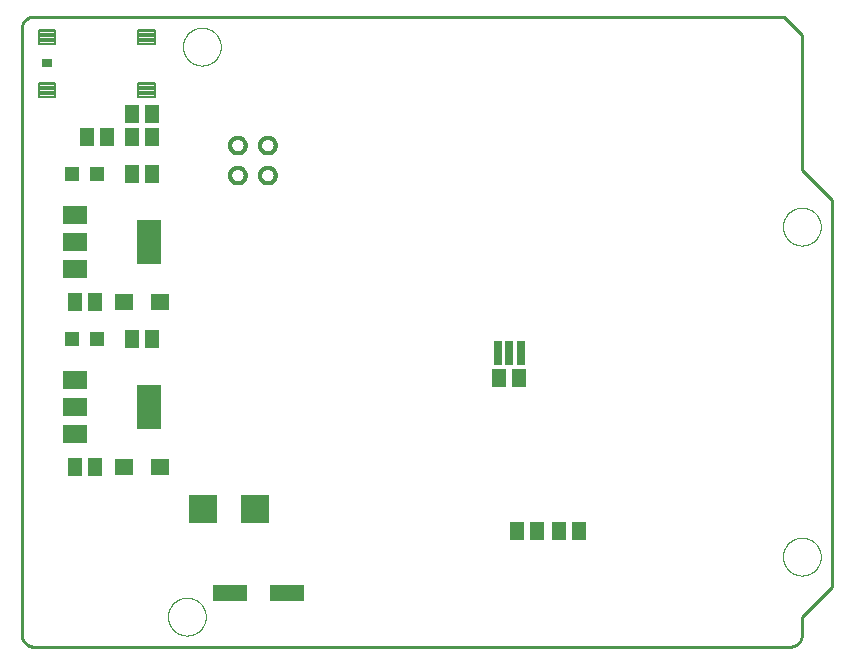
<source format=gtp>
G75*
%MOIN*%
%OFA0B0*%
%FSLAX25Y25*%
%IPPOS*%
%LPD*%
%AMOC8*
5,1,8,0,0,1.08239X$1,22.5*
%
%ADD10C,0.01000*%
%ADD11C,0.01200*%
%ADD12C,0.00000*%
%ADD13R,0.11811X0.05512*%
%ADD14R,0.04724X0.04724*%
%ADD15R,0.09449X0.09449*%
%ADD16R,0.05118X0.05906*%
%ADD17C,0.00827*%
%ADD18R,0.03500X0.03000*%
%ADD19R,0.02756X0.07874*%
%ADD20R,0.07874X0.05906*%
%ADD21R,0.07874X0.14961*%
%ADD22R,0.06299X0.05512*%
D10*
X0081798Y0009437D02*
X0081798Y0211563D01*
X0081800Y0211687D01*
X0081806Y0211810D01*
X0081815Y0211934D01*
X0081829Y0212056D01*
X0081846Y0212179D01*
X0081868Y0212301D01*
X0081893Y0212422D01*
X0081922Y0212542D01*
X0081954Y0212661D01*
X0081991Y0212780D01*
X0082031Y0212897D01*
X0082074Y0213012D01*
X0082122Y0213127D01*
X0082173Y0213239D01*
X0082227Y0213350D01*
X0082285Y0213460D01*
X0082346Y0213567D01*
X0082411Y0213673D01*
X0082479Y0213776D01*
X0082550Y0213877D01*
X0082624Y0213976D01*
X0082701Y0214073D01*
X0082782Y0214167D01*
X0082865Y0214258D01*
X0082951Y0214347D01*
X0083040Y0214433D01*
X0083131Y0214516D01*
X0083225Y0214597D01*
X0083322Y0214674D01*
X0083421Y0214748D01*
X0083522Y0214819D01*
X0083625Y0214887D01*
X0083731Y0214952D01*
X0083838Y0215013D01*
X0083948Y0215071D01*
X0084059Y0215125D01*
X0084171Y0215176D01*
X0084286Y0215224D01*
X0084401Y0215267D01*
X0084518Y0215307D01*
X0084637Y0215344D01*
X0084756Y0215376D01*
X0084876Y0215405D01*
X0084997Y0215430D01*
X0085119Y0215452D01*
X0085242Y0215469D01*
X0085364Y0215483D01*
X0085488Y0215492D01*
X0085611Y0215498D01*
X0085735Y0215500D01*
X0335798Y0215500D01*
X0341798Y0209500D01*
X0341798Y0164500D01*
X0351798Y0154500D01*
X0351798Y0025500D01*
X0341798Y0015500D01*
X0341798Y0009437D01*
X0341796Y0009313D01*
X0341790Y0009190D01*
X0341781Y0009066D01*
X0341767Y0008944D01*
X0341750Y0008821D01*
X0341728Y0008699D01*
X0341703Y0008578D01*
X0341674Y0008458D01*
X0341642Y0008339D01*
X0341605Y0008220D01*
X0341565Y0008103D01*
X0341522Y0007988D01*
X0341474Y0007873D01*
X0341423Y0007761D01*
X0341369Y0007650D01*
X0341311Y0007540D01*
X0341250Y0007433D01*
X0341185Y0007327D01*
X0341117Y0007224D01*
X0341046Y0007123D01*
X0340972Y0007024D01*
X0340895Y0006927D01*
X0340814Y0006833D01*
X0340731Y0006742D01*
X0340645Y0006653D01*
X0340556Y0006567D01*
X0340465Y0006484D01*
X0340371Y0006403D01*
X0340274Y0006326D01*
X0340175Y0006252D01*
X0340074Y0006181D01*
X0339971Y0006113D01*
X0339865Y0006048D01*
X0339758Y0005987D01*
X0339648Y0005929D01*
X0339537Y0005875D01*
X0339425Y0005824D01*
X0339310Y0005776D01*
X0339195Y0005733D01*
X0339078Y0005693D01*
X0338959Y0005656D01*
X0338840Y0005624D01*
X0338720Y0005595D01*
X0338599Y0005570D01*
X0338477Y0005548D01*
X0338354Y0005531D01*
X0338232Y0005517D01*
X0338108Y0005508D01*
X0337985Y0005502D01*
X0337861Y0005500D01*
X0085735Y0005500D01*
X0085611Y0005502D01*
X0085488Y0005508D01*
X0085364Y0005517D01*
X0085242Y0005531D01*
X0085119Y0005548D01*
X0084997Y0005570D01*
X0084876Y0005595D01*
X0084756Y0005624D01*
X0084637Y0005656D01*
X0084518Y0005693D01*
X0084401Y0005733D01*
X0084286Y0005776D01*
X0084171Y0005824D01*
X0084059Y0005875D01*
X0083948Y0005929D01*
X0083838Y0005987D01*
X0083731Y0006048D01*
X0083625Y0006113D01*
X0083522Y0006181D01*
X0083421Y0006252D01*
X0083322Y0006326D01*
X0083225Y0006403D01*
X0083131Y0006484D01*
X0083040Y0006567D01*
X0082951Y0006653D01*
X0082865Y0006742D01*
X0082782Y0006833D01*
X0082701Y0006927D01*
X0082624Y0007024D01*
X0082550Y0007123D01*
X0082479Y0007224D01*
X0082411Y0007327D01*
X0082346Y0007433D01*
X0082285Y0007540D01*
X0082227Y0007650D01*
X0082173Y0007761D01*
X0082122Y0007873D01*
X0082074Y0007988D01*
X0082031Y0008103D01*
X0081991Y0008220D01*
X0081954Y0008339D01*
X0081922Y0008458D01*
X0081893Y0008578D01*
X0081868Y0008699D01*
X0081846Y0008821D01*
X0081829Y0008944D01*
X0081815Y0009066D01*
X0081806Y0009190D01*
X0081800Y0009313D01*
X0081798Y0009437D01*
D11*
X0151198Y0162500D02*
X0151200Y0162601D01*
X0151206Y0162703D01*
X0151216Y0162804D01*
X0151230Y0162904D01*
X0151247Y0163004D01*
X0151269Y0163103D01*
X0151294Y0163201D01*
X0151324Y0163299D01*
X0151357Y0163395D01*
X0151393Y0163489D01*
X0151434Y0163582D01*
X0151478Y0163674D01*
X0151525Y0163763D01*
X0151577Y0163851D01*
X0151631Y0163937D01*
X0151689Y0164020D01*
X0151750Y0164101D01*
X0151814Y0164180D01*
X0151881Y0164256D01*
X0151951Y0164329D01*
X0152023Y0164400D01*
X0152099Y0164468D01*
X0152177Y0164533D01*
X0152257Y0164594D01*
X0152340Y0164653D01*
X0152425Y0164708D01*
X0152513Y0164760D01*
X0152602Y0164809D01*
X0152693Y0164853D01*
X0152785Y0164895D01*
X0152880Y0164932D01*
X0152975Y0164966D01*
X0153072Y0164997D01*
X0153170Y0165023D01*
X0153269Y0165046D01*
X0153369Y0165064D01*
X0153469Y0165079D01*
X0153570Y0165090D01*
X0153671Y0165097D01*
X0153773Y0165100D01*
X0153874Y0165099D01*
X0153975Y0165094D01*
X0154077Y0165085D01*
X0154177Y0165072D01*
X0154277Y0165055D01*
X0154377Y0165035D01*
X0154475Y0165010D01*
X0154572Y0164982D01*
X0154669Y0164950D01*
X0154764Y0164914D01*
X0154857Y0164875D01*
X0154949Y0164831D01*
X0155039Y0164785D01*
X0155127Y0164735D01*
X0155213Y0164681D01*
X0155297Y0164624D01*
X0155379Y0164564D01*
X0155458Y0164501D01*
X0155535Y0164434D01*
X0155609Y0164365D01*
X0155681Y0164293D01*
X0155749Y0164218D01*
X0155815Y0164141D01*
X0155877Y0164061D01*
X0155937Y0163979D01*
X0155993Y0163894D01*
X0156045Y0163807D01*
X0156095Y0163719D01*
X0156141Y0163628D01*
X0156183Y0163536D01*
X0156221Y0163442D01*
X0156256Y0163347D01*
X0156287Y0163250D01*
X0156315Y0163152D01*
X0156338Y0163054D01*
X0156358Y0162954D01*
X0156374Y0162854D01*
X0156386Y0162753D01*
X0156394Y0162652D01*
X0156398Y0162551D01*
X0156398Y0162449D01*
X0156394Y0162348D01*
X0156386Y0162247D01*
X0156374Y0162146D01*
X0156358Y0162046D01*
X0156338Y0161946D01*
X0156315Y0161848D01*
X0156287Y0161750D01*
X0156256Y0161653D01*
X0156221Y0161558D01*
X0156183Y0161464D01*
X0156141Y0161372D01*
X0156095Y0161281D01*
X0156045Y0161193D01*
X0155993Y0161106D01*
X0155937Y0161021D01*
X0155877Y0160939D01*
X0155815Y0160859D01*
X0155749Y0160782D01*
X0155681Y0160707D01*
X0155609Y0160635D01*
X0155535Y0160566D01*
X0155458Y0160499D01*
X0155379Y0160436D01*
X0155297Y0160376D01*
X0155213Y0160319D01*
X0155127Y0160265D01*
X0155039Y0160215D01*
X0154949Y0160169D01*
X0154857Y0160125D01*
X0154764Y0160086D01*
X0154669Y0160050D01*
X0154572Y0160018D01*
X0154475Y0159990D01*
X0154377Y0159965D01*
X0154277Y0159945D01*
X0154177Y0159928D01*
X0154077Y0159915D01*
X0153975Y0159906D01*
X0153874Y0159901D01*
X0153773Y0159900D01*
X0153671Y0159903D01*
X0153570Y0159910D01*
X0153469Y0159921D01*
X0153369Y0159936D01*
X0153269Y0159954D01*
X0153170Y0159977D01*
X0153072Y0160003D01*
X0152975Y0160034D01*
X0152880Y0160068D01*
X0152785Y0160105D01*
X0152693Y0160147D01*
X0152602Y0160191D01*
X0152513Y0160240D01*
X0152425Y0160292D01*
X0152340Y0160347D01*
X0152257Y0160406D01*
X0152177Y0160467D01*
X0152099Y0160532D01*
X0152023Y0160600D01*
X0151951Y0160671D01*
X0151881Y0160744D01*
X0151814Y0160820D01*
X0151750Y0160899D01*
X0151689Y0160980D01*
X0151631Y0161063D01*
X0151577Y0161149D01*
X0151525Y0161237D01*
X0151478Y0161326D01*
X0151434Y0161418D01*
X0151393Y0161511D01*
X0151357Y0161605D01*
X0151324Y0161701D01*
X0151294Y0161799D01*
X0151269Y0161897D01*
X0151247Y0161996D01*
X0151230Y0162096D01*
X0151216Y0162196D01*
X0151206Y0162297D01*
X0151200Y0162399D01*
X0151198Y0162500D01*
X0151198Y0172500D02*
X0151200Y0172601D01*
X0151206Y0172703D01*
X0151216Y0172804D01*
X0151230Y0172904D01*
X0151247Y0173004D01*
X0151269Y0173103D01*
X0151294Y0173201D01*
X0151324Y0173299D01*
X0151357Y0173395D01*
X0151393Y0173489D01*
X0151434Y0173582D01*
X0151478Y0173674D01*
X0151525Y0173763D01*
X0151577Y0173851D01*
X0151631Y0173937D01*
X0151689Y0174020D01*
X0151750Y0174101D01*
X0151814Y0174180D01*
X0151881Y0174256D01*
X0151951Y0174329D01*
X0152023Y0174400D01*
X0152099Y0174468D01*
X0152177Y0174533D01*
X0152257Y0174594D01*
X0152340Y0174653D01*
X0152425Y0174708D01*
X0152513Y0174760D01*
X0152602Y0174809D01*
X0152693Y0174853D01*
X0152785Y0174895D01*
X0152880Y0174932D01*
X0152975Y0174966D01*
X0153072Y0174997D01*
X0153170Y0175023D01*
X0153269Y0175046D01*
X0153369Y0175064D01*
X0153469Y0175079D01*
X0153570Y0175090D01*
X0153671Y0175097D01*
X0153773Y0175100D01*
X0153874Y0175099D01*
X0153975Y0175094D01*
X0154077Y0175085D01*
X0154177Y0175072D01*
X0154277Y0175055D01*
X0154377Y0175035D01*
X0154475Y0175010D01*
X0154572Y0174982D01*
X0154669Y0174950D01*
X0154764Y0174914D01*
X0154857Y0174875D01*
X0154949Y0174831D01*
X0155039Y0174785D01*
X0155127Y0174735D01*
X0155213Y0174681D01*
X0155297Y0174624D01*
X0155379Y0174564D01*
X0155458Y0174501D01*
X0155535Y0174434D01*
X0155609Y0174365D01*
X0155681Y0174293D01*
X0155749Y0174218D01*
X0155815Y0174141D01*
X0155877Y0174061D01*
X0155937Y0173979D01*
X0155993Y0173894D01*
X0156045Y0173807D01*
X0156095Y0173719D01*
X0156141Y0173628D01*
X0156183Y0173536D01*
X0156221Y0173442D01*
X0156256Y0173347D01*
X0156287Y0173250D01*
X0156315Y0173152D01*
X0156338Y0173054D01*
X0156358Y0172954D01*
X0156374Y0172854D01*
X0156386Y0172753D01*
X0156394Y0172652D01*
X0156398Y0172551D01*
X0156398Y0172449D01*
X0156394Y0172348D01*
X0156386Y0172247D01*
X0156374Y0172146D01*
X0156358Y0172046D01*
X0156338Y0171946D01*
X0156315Y0171848D01*
X0156287Y0171750D01*
X0156256Y0171653D01*
X0156221Y0171558D01*
X0156183Y0171464D01*
X0156141Y0171372D01*
X0156095Y0171281D01*
X0156045Y0171193D01*
X0155993Y0171106D01*
X0155937Y0171021D01*
X0155877Y0170939D01*
X0155815Y0170859D01*
X0155749Y0170782D01*
X0155681Y0170707D01*
X0155609Y0170635D01*
X0155535Y0170566D01*
X0155458Y0170499D01*
X0155379Y0170436D01*
X0155297Y0170376D01*
X0155213Y0170319D01*
X0155127Y0170265D01*
X0155039Y0170215D01*
X0154949Y0170169D01*
X0154857Y0170125D01*
X0154764Y0170086D01*
X0154669Y0170050D01*
X0154572Y0170018D01*
X0154475Y0169990D01*
X0154377Y0169965D01*
X0154277Y0169945D01*
X0154177Y0169928D01*
X0154077Y0169915D01*
X0153975Y0169906D01*
X0153874Y0169901D01*
X0153773Y0169900D01*
X0153671Y0169903D01*
X0153570Y0169910D01*
X0153469Y0169921D01*
X0153369Y0169936D01*
X0153269Y0169954D01*
X0153170Y0169977D01*
X0153072Y0170003D01*
X0152975Y0170034D01*
X0152880Y0170068D01*
X0152785Y0170105D01*
X0152693Y0170147D01*
X0152602Y0170191D01*
X0152513Y0170240D01*
X0152425Y0170292D01*
X0152340Y0170347D01*
X0152257Y0170406D01*
X0152177Y0170467D01*
X0152099Y0170532D01*
X0152023Y0170600D01*
X0151951Y0170671D01*
X0151881Y0170744D01*
X0151814Y0170820D01*
X0151750Y0170899D01*
X0151689Y0170980D01*
X0151631Y0171063D01*
X0151577Y0171149D01*
X0151525Y0171237D01*
X0151478Y0171326D01*
X0151434Y0171418D01*
X0151393Y0171511D01*
X0151357Y0171605D01*
X0151324Y0171701D01*
X0151294Y0171799D01*
X0151269Y0171897D01*
X0151247Y0171996D01*
X0151230Y0172096D01*
X0151216Y0172196D01*
X0151206Y0172297D01*
X0151200Y0172399D01*
X0151198Y0172500D01*
X0161191Y0172500D02*
X0161193Y0172602D01*
X0161199Y0172703D01*
X0161209Y0172805D01*
X0161223Y0172905D01*
X0161240Y0173005D01*
X0161262Y0173105D01*
X0161288Y0173203D01*
X0161317Y0173301D01*
X0161350Y0173397D01*
X0161387Y0173492D01*
X0161428Y0173585D01*
X0161472Y0173677D01*
X0161519Y0173767D01*
X0161571Y0173855D01*
X0161625Y0173940D01*
X0161683Y0174024D01*
X0161744Y0174105D01*
X0161808Y0174184D01*
X0161875Y0174261D01*
X0161946Y0174334D01*
X0162019Y0174405D01*
X0162094Y0174473D01*
X0162173Y0174538D01*
X0162253Y0174600D01*
X0162336Y0174659D01*
X0162422Y0174714D01*
X0162509Y0174766D01*
X0162599Y0174815D01*
X0162690Y0174860D01*
X0162783Y0174901D01*
X0162877Y0174939D01*
X0162973Y0174973D01*
X0163070Y0175003D01*
X0163168Y0175030D01*
X0163268Y0175052D01*
X0163368Y0175071D01*
X0163468Y0175086D01*
X0163569Y0175097D01*
X0163671Y0175104D01*
X0163773Y0175107D01*
X0163874Y0175106D01*
X0163976Y0175101D01*
X0164077Y0175092D01*
X0164178Y0175079D01*
X0164279Y0175062D01*
X0164378Y0175042D01*
X0164477Y0175017D01*
X0164575Y0174989D01*
X0164671Y0174956D01*
X0164766Y0174921D01*
X0164860Y0174881D01*
X0164952Y0174838D01*
X0165042Y0174791D01*
X0165131Y0174741D01*
X0165217Y0174687D01*
X0165301Y0174630D01*
X0165383Y0174570D01*
X0165463Y0174506D01*
X0165540Y0174440D01*
X0165614Y0174370D01*
X0165686Y0174298D01*
X0165755Y0174223D01*
X0165820Y0174145D01*
X0165883Y0174065D01*
X0165942Y0173983D01*
X0165999Y0173898D01*
X0166051Y0173811D01*
X0166101Y0173722D01*
X0166147Y0173631D01*
X0166189Y0173539D01*
X0166228Y0173445D01*
X0166263Y0173349D01*
X0166294Y0173252D01*
X0166322Y0173154D01*
X0166345Y0173055D01*
X0166365Y0172955D01*
X0166381Y0172855D01*
X0166393Y0172754D01*
X0166401Y0172653D01*
X0166405Y0172551D01*
X0166405Y0172449D01*
X0166401Y0172347D01*
X0166393Y0172246D01*
X0166381Y0172145D01*
X0166365Y0172045D01*
X0166345Y0171945D01*
X0166322Y0171846D01*
X0166294Y0171748D01*
X0166263Y0171651D01*
X0166228Y0171555D01*
X0166189Y0171461D01*
X0166147Y0171369D01*
X0166101Y0171278D01*
X0166051Y0171189D01*
X0165999Y0171102D01*
X0165942Y0171017D01*
X0165883Y0170935D01*
X0165820Y0170855D01*
X0165755Y0170777D01*
X0165686Y0170702D01*
X0165614Y0170630D01*
X0165540Y0170560D01*
X0165463Y0170494D01*
X0165383Y0170430D01*
X0165301Y0170370D01*
X0165217Y0170313D01*
X0165131Y0170259D01*
X0165042Y0170209D01*
X0164952Y0170162D01*
X0164860Y0170119D01*
X0164766Y0170079D01*
X0164671Y0170044D01*
X0164575Y0170011D01*
X0164477Y0169983D01*
X0164378Y0169958D01*
X0164279Y0169938D01*
X0164178Y0169921D01*
X0164077Y0169908D01*
X0163976Y0169899D01*
X0163874Y0169894D01*
X0163773Y0169893D01*
X0163671Y0169896D01*
X0163569Y0169903D01*
X0163468Y0169914D01*
X0163368Y0169929D01*
X0163268Y0169948D01*
X0163168Y0169970D01*
X0163070Y0169997D01*
X0162973Y0170027D01*
X0162877Y0170061D01*
X0162783Y0170099D01*
X0162690Y0170140D01*
X0162599Y0170185D01*
X0162509Y0170234D01*
X0162422Y0170286D01*
X0162336Y0170341D01*
X0162253Y0170400D01*
X0162173Y0170462D01*
X0162094Y0170527D01*
X0162019Y0170595D01*
X0161946Y0170666D01*
X0161875Y0170739D01*
X0161808Y0170816D01*
X0161744Y0170895D01*
X0161683Y0170976D01*
X0161625Y0171060D01*
X0161571Y0171145D01*
X0161519Y0171233D01*
X0161472Y0171323D01*
X0161428Y0171415D01*
X0161387Y0171508D01*
X0161350Y0171603D01*
X0161317Y0171699D01*
X0161288Y0171797D01*
X0161262Y0171895D01*
X0161240Y0171995D01*
X0161223Y0172095D01*
X0161209Y0172195D01*
X0161199Y0172297D01*
X0161193Y0172398D01*
X0161191Y0172500D01*
X0161191Y0162500D02*
X0161193Y0162602D01*
X0161199Y0162703D01*
X0161209Y0162805D01*
X0161223Y0162905D01*
X0161240Y0163005D01*
X0161262Y0163105D01*
X0161288Y0163203D01*
X0161317Y0163301D01*
X0161350Y0163397D01*
X0161387Y0163492D01*
X0161428Y0163585D01*
X0161472Y0163677D01*
X0161519Y0163767D01*
X0161571Y0163855D01*
X0161625Y0163940D01*
X0161683Y0164024D01*
X0161744Y0164105D01*
X0161808Y0164184D01*
X0161875Y0164261D01*
X0161946Y0164334D01*
X0162019Y0164405D01*
X0162094Y0164473D01*
X0162173Y0164538D01*
X0162253Y0164600D01*
X0162336Y0164659D01*
X0162422Y0164714D01*
X0162509Y0164766D01*
X0162599Y0164815D01*
X0162690Y0164860D01*
X0162783Y0164901D01*
X0162877Y0164939D01*
X0162973Y0164973D01*
X0163070Y0165003D01*
X0163168Y0165030D01*
X0163268Y0165052D01*
X0163368Y0165071D01*
X0163468Y0165086D01*
X0163569Y0165097D01*
X0163671Y0165104D01*
X0163773Y0165107D01*
X0163874Y0165106D01*
X0163976Y0165101D01*
X0164077Y0165092D01*
X0164178Y0165079D01*
X0164279Y0165062D01*
X0164378Y0165042D01*
X0164477Y0165017D01*
X0164575Y0164989D01*
X0164671Y0164956D01*
X0164766Y0164921D01*
X0164860Y0164881D01*
X0164952Y0164838D01*
X0165042Y0164791D01*
X0165131Y0164741D01*
X0165217Y0164687D01*
X0165301Y0164630D01*
X0165383Y0164570D01*
X0165463Y0164506D01*
X0165540Y0164440D01*
X0165614Y0164370D01*
X0165686Y0164298D01*
X0165755Y0164223D01*
X0165820Y0164145D01*
X0165883Y0164065D01*
X0165942Y0163983D01*
X0165999Y0163898D01*
X0166051Y0163811D01*
X0166101Y0163722D01*
X0166147Y0163631D01*
X0166189Y0163539D01*
X0166228Y0163445D01*
X0166263Y0163349D01*
X0166294Y0163252D01*
X0166322Y0163154D01*
X0166345Y0163055D01*
X0166365Y0162955D01*
X0166381Y0162855D01*
X0166393Y0162754D01*
X0166401Y0162653D01*
X0166405Y0162551D01*
X0166405Y0162449D01*
X0166401Y0162347D01*
X0166393Y0162246D01*
X0166381Y0162145D01*
X0166365Y0162045D01*
X0166345Y0161945D01*
X0166322Y0161846D01*
X0166294Y0161748D01*
X0166263Y0161651D01*
X0166228Y0161555D01*
X0166189Y0161461D01*
X0166147Y0161369D01*
X0166101Y0161278D01*
X0166051Y0161189D01*
X0165999Y0161102D01*
X0165942Y0161017D01*
X0165883Y0160935D01*
X0165820Y0160855D01*
X0165755Y0160777D01*
X0165686Y0160702D01*
X0165614Y0160630D01*
X0165540Y0160560D01*
X0165463Y0160494D01*
X0165383Y0160430D01*
X0165301Y0160370D01*
X0165217Y0160313D01*
X0165131Y0160259D01*
X0165042Y0160209D01*
X0164952Y0160162D01*
X0164860Y0160119D01*
X0164766Y0160079D01*
X0164671Y0160044D01*
X0164575Y0160011D01*
X0164477Y0159983D01*
X0164378Y0159958D01*
X0164279Y0159938D01*
X0164178Y0159921D01*
X0164077Y0159908D01*
X0163976Y0159899D01*
X0163874Y0159894D01*
X0163773Y0159893D01*
X0163671Y0159896D01*
X0163569Y0159903D01*
X0163468Y0159914D01*
X0163368Y0159929D01*
X0163268Y0159948D01*
X0163168Y0159970D01*
X0163070Y0159997D01*
X0162973Y0160027D01*
X0162877Y0160061D01*
X0162783Y0160099D01*
X0162690Y0160140D01*
X0162599Y0160185D01*
X0162509Y0160234D01*
X0162422Y0160286D01*
X0162336Y0160341D01*
X0162253Y0160400D01*
X0162173Y0160462D01*
X0162094Y0160527D01*
X0162019Y0160595D01*
X0161946Y0160666D01*
X0161875Y0160739D01*
X0161808Y0160816D01*
X0161744Y0160895D01*
X0161683Y0160976D01*
X0161625Y0161060D01*
X0161571Y0161145D01*
X0161519Y0161233D01*
X0161472Y0161323D01*
X0161428Y0161415D01*
X0161387Y0161508D01*
X0161350Y0161603D01*
X0161317Y0161699D01*
X0161288Y0161797D01*
X0161262Y0161895D01*
X0161240Y0161995D01*
X0161223Y0162095D01*
X0161209Y0162195D01*
X0161199Y0162297D01*
X0161193Y0162398D01*
X0161191Y0162500D01*
D12*
X0135499Y0205500D02*
X0135501Y0205658D01*
X0135507Y0205816D01*
X0135517Y0205974D01*
X0135531Y0206132D01*
X0135549Y0206289D01*
X0135570Y0206446D01*
X0135596Y0206602D01*
X0135626Y0206758D01*
X0135659Y0206913D01*
X0135697Y0207066D01*
X0135738Y0207219D01*
X0135783Y0207371D01*
X0135832Y0207522D01*
X0135885Y0207671D01*
X0135941Y0207819D01*
X0136001Y0207965D01*
X0136065Y0208110D01*
X0136133Y0208253D01*
X0136204Y0208395D01*
X0136278Y0208535D01*
X0136356Y0208672D01*
X0136438Y0208808D01*
X0136522Y0208942D01*
X0136611Y0209073D01*
X0136702Y0209202D01*
X0136797Y0209329D01*
X0136894Y0209454D01*
X0136995Y0209576D01*
X0137099Y0209695D01*
X0137206Y0209812D01*
X0137316Y0209926D01*
X0137429Y0210037D01*
X0137544Y0210146D01*
X0137662Y0210251D01*
X0137783Y0210353D01*
X0137906Y0210453D01*
X0138032Y0210549D01*
X0138160Y0210642D01*
X0138290Y0210732D01*
X0138423Y0210818D01*
X0138558Y0210902D01*
X0138694Y0210981D01*
X0138833Y0211058D01*
X0138974Y0211130D01*
X0139116Y0211200D01*
X0139260Y0211265D01*
X0139406Y0211327D01*
X0139553Y0211385D01*
X0139702Y0211440D01*
X0139852Y0211491D01*
X0140003Y0211538D01*
X0140155Y0211581D01*
X0140308Y0211620D01*
X0140463Y0211656D01*
X0140618Y0211687D01*
X0140774Y0211715D01*
X0140930Y0211739D01*
X0141087Y0211759D01*
X0141245Y0211775D01*
X0141402Y0211787D01*
X0141561Y0211795D01*
X0141719Y0211799D01*
X0141877Y0211799D01*
X0142035Y0211795D01*
X0142194Y0211787D01*
X0142351Y0211775D01*
X0142509Y0211759D01*
X0142666Y0211739D01*
X0142822Y0211715D01*
X0142978Y0211687D01*
X0143133Y0211656D01*
X0143288Y0211620D01*
X0143441Y0211581D01*
X0143593Y0211538D01*
X0143744Y0211491D01*
X0143894Y0211440D01*
X0144043Y0211385D01*
X0144190Y0211327D01*
X0144336Y0211265D01*
X0144480Y0211200D01*
X0144622Y0211130D01*
X0144763Y0211058D01*
X0144902Y0210981D01*
X0145038Y0210902D01*
X0145173Y0210818D01*
X0145306Y0210732D01*
X0145436Y0210642D01*
X0145564Y0210549D01*
X0145690Y0210453D01*
X0145813Y0210353D01*
X0145934Y0210251D01*
X0146052Y0210146D01*
X0146167Y0210037D01*
X0146280Y0209926D01*
X0146390Y0209812D01*
X0146497Y0209695D01*
X0146601Y0209576D01*
X0146702Y0209454D01*
X0146799Y0209329D01*
X0146894Y0209202D01*
X0146985Y0209073D01*
X0147074Y0208942D01*
X0147158Y0208808D01*
X0147240Y0208672D01*
X0147318Y0208535D01*
X0147392Y0208395D01*
X0147463Y0208253D01*
X0147531Y0208110D01*
X0147595Y0207965D01*
X0147655Y0207819D01*
X0147711Y0207671D01*
X0147764Y0207522D01*
X0147813Y0207371D01*
X0147858Y0207219D01*
X0147899Y0207066D01*
X0147937Y0206913D01*
X0147970Y0206758D01*
X0148000Y0206602D01*
X0148026Y0206446D01*
X0148047Y0206289D01*
X0148065Y0206132D01*
X0148079Y0205974D01*
X0148089Y0205816D01*
X0148095Y0205658D01*
X0148097Y0205500D01*
X0148095Y0205342D01*
X0148089Y0205184D01*
X0148079Y0205026D01*
X0148065Y0204868D01*
X0148047Y0204711D01*
X0148026Y0204554D01*
X0148000Y0204398D01*
X0147970Y0204242D01*
X0147937Y0204087D01*
X0147899Y0203934D01*
X0147858Y0203781D01*
X0147813Y0203629D01*
X0147764Y0203478D01*
X0147711Y0203329D01*
X0147655Y0203181D01*
X0147595Y0203035D01*
X0147531Y0202890D01*
X0147463Y0202747D01*
X0147392Y0202605D01*
X0147318Y0202465D01*
X0147240Y0202328D01*
X0147158Y0202192D01*
X0147074Y0202058D01*
X0146985Y0201927D01*
X0146894Y0201798D01*
X0146799Y0201671D01*
X0146702Y0201546D01*
X0146601Y0201424D01*
X0146497Y0201305D01*
X0146390Y0201188D01*
X0146280Y0201074D01*
X0146167Y0200963D01*
X0146052Y0200854D01*
X0145934Y0200749D01*
X0145813Y0200647D01*
X0145690Y0200547D01*
X0145564Y0200451D01*
X0145436Y0200358D01*
X0145306Y0200268D01*
X0145173Y0200182D01*
X0145038Y0200098D01*
X0144902Y0200019D01*
X0144763Y0199942D01*
X0144622Y0199870D01*
X0144480Y0199800D01*
X0144336Y0199735D01*
X0144190Y0199673D01*
X0144043Y0199615D01*
X0143894Y0199560D01*
X0143744Y0199509D01*
X0143593Y0199462D01*
X0143441Y0199419D01*
X0143288Y0199380D01*
X0143133Y0199344D01*
X0142978Y0199313D01*
X0142822Y0199285D01*
X0142666Y0199261D01*
X0142509Y0199241D01*
X0142351Y0199225D01*
X0142194Y0199213D01*
X0142035Y0199205D01*
X0141877Y0199201D01*
X0141719Y0199201D01*
X0141561Y0199205D01*
X0141402Y0199213D01*
X0141245Y0199225D01*
X0141087Y0199241D01*
X0140930Y0199261D01*
X0140774Y0199285D01*
X0140618Y0199313D01*
X0140463Y0199344D01*
X0140308Y0199380D01*
X0140155Y0199419D01*
X0140003Y0199462D01*
X0139852Y0199509D01*
X0139702Y0199560D01*
X0139553Y0199615D01*
X0139406Y0199673D01*
X0139260Y0199735D01*
X0139116Y0199800D01*
X0138974Y0199870D01*
X0138833Y0199942D01*
X0138694Y0200019D01*
X0138558Y0200098D01*
X0138423Y0200182D01*
X0138290Y0200268D01*
X0138160Y0200358D01*
X0138032Y0200451D01*
X0137906Y0200547D01*
X0137783Y0200647D01*
X0137662Y0200749D01*
X0137544Y0200854D01*
X0137429Y0200963D01*
X0137316Y0201074D01*
X0137206Y0201188D01*
X0137099Y0201305D01*
X0136995Y0201424D01*
X0136894Y0201546D01*
X0136797Y0201671D01*
X0136702Y0201798D01*
X0136611Y0201927D01*
X0136522Y0202058D01*
X0136438Y0202192D01*
X0136356Y0202328D01*
X0136278Y0202465D01*
X0136204Y0202605D01*
X0136133Y0202747D01*
X0136065Y0202890D01*
X0136001Y0203035D01*
X0135941Y0203181D01*
X0135885Y0203329D01*
X0135832Y0203478D01*
X0135783Y0203629D01*
X0135738Y0203781D01*
X0135697Y0203934D01*
X0135659Y0204087D01*
X0135626Y0204242D01*
X0135596Y0204398D01*
X0135570Y0204554D01*
X0135549Y0204711D01*
X0135531Y0204868D01*
X0135517Y0205026D01*
X0135507Y0205184D01*
X0135501Y0205342D01*
X0135499Y0205500D01*
X0335499Y0145500D02*
X0335501Y0145658D01*
X0335507Y0145816D01*
X0335517Y0145974D01*
X0335531Y0146132D01*
X0335549Y0146289D01*
X0335570Y0146446D01*
X0335596Y0146602D01*
X0335626Y0146758D01*
X0335659Y0146913D01*
X0335697Y0147066D01*
X0335738Y0147219D01*
X0335783Y0147371D01*
X0335832Y0147522D01*
X0335885Y0147671D01*
X0335941Y0147819D01*
X0336001Y0147965D01*
X0336065Y0148110D01*
X0336133Y0148253D01*
X0336204Y0148395D01*
X0336278Y0148535D01*
X0336356Y0148672D01*
X0336438Y0148808D01*
X0336522Y0148942D01*
X0336611Y0149073D01*
X0336702Y0149202D01*
X0336797Y0149329D01*
X0336894Y0149454D01*
X0336995Y0149576D01*
X0337099Y0149695D01*
X0337206Y0149812D01*
X0337316Y0149926D01*
X0337429Y0150037D01*
X0337544Y0150146D01*
X0337662Y0150251D01*
X0337783Y0150353D01*
X0337906Y0150453D01*
X0338032Y0150549D01*
X0338160Y0150642D01*
X0338290Y0150732D01*
X0338423Y0150818D01*
X0338558Y0150902D01*
X0338694Y0150981D01*
X0338833Y0151058D01*
X0338974Y0151130D01*
X0339116Y0151200D01*
X0339260Y0151265D01*
X0339406Y0151327D01*
X0339553Y0151385D01*
X0339702Y0151440D01*
X0339852Y0151491D01*
X0340003Y0151538D01*
X0340155Y0151581D01*
X0340308Y0151620D01*
X0340463Y0151656D01*
X0340618Y0151687D01*
X0340774Y0151715D01*
X0340930Y0151739D01*
X0341087Y0151759D01*
X0341245Y0151775D01*
X0341402Y0151787D01*
X0341561Y0151795D01*
X0341719Y0151799D01*
X0341877Y0151799D01*
X0342035Y0151795D01*
X0342194Y0151787D01*
X0342351Y0151775D01*
X0342509Y0151759D01*
X0342666Y0151739D01*
X0342822Y0151715D01*
X0342978Y0151687D01*
X0343133Y0151656D01*
X0343288Y0151620D01*
X0343441Y0151581D01*
X0343593Y0151538D01*
X0343744Y0151491D01*
X0343894Y0151440D01*
X0344043Y0151385D01*
X0344190Y0151327D01*
X0344336Y0151265D01*
X0344480Y0151200D01*
X0344622Y0151130D01*
X0344763Y0151058D01*
X0344902Y0150981D01*
X0345038Y0150902D01*
X0345173Y0150818D01*
X0345306Y0150732D01*
X0345436Y0150642D01*
X0345564Y0150549D01*
X0345690Y0150453D01*
X0345813Y0150353D01*
X0345934Y0150251D01*
X0346052Y0150146D01*
X0346167Y0150037D01*
X0346280Y0149926D01*
X0346390Y0149812D01*
X0346497Y0149695D01*
X0346601Y0149576D01*
X0346702Y0149454D01*
X0346799Y0149329D01*
X0346894Y0149202D01*
X0346985Y0149073D01*
X0347074Y0148942D01*
X0347158Y0148808D01*
X0347240Y0148672D01*
X0347318Y0148535D01*
X0347392Y0148395D01*
X0347463Y0148253D01*
X0347531Y0148110D01*
X0347595Y0147965D01*
X0347655Y0147819D01*
X0347711Y0147671D01*
X0347764Y0147522D01*
X0347813Y0147371D01*
X0347858Y0147219D01*
X0347899Y0147066D01*
X0347937Y0146913D01*
X0347970Y0146758D01*
X0348000Y0146602D01*
X0348026Y0146446D01*
X0348047Y0146289D01*
X0348065Y0146132D01*
X0348079Y0145974D01*
X0348089Y0145816D01*
X0348095Y0145658D01*
X0348097Y0145500D01*
X0348095Y0145342D01*
X0348089Y0145184D01*
X0348079Y0145026D01*
X0348065Y0144868D01*
X0348047Y0144711D01*
X0348026Y0144554D01*
X0348000Y0144398D01*
X0347970Y0144242D01*
X0347937Y0144087D01*
X0347899Y0143934D01*
X0347858Y0143781D01*
X0347813Y0143629D01*
X0347764Y0143478D01*
X0347711Y0143329D01*
X0347655Y0143181D01*
X0347595Y0143035D01*
X0347531Y0142890D01*
X0347463Y0142747D01*
X0347392Y0142605D01*
X0347318Y0142465D01*
X0347240Y0142328D01*
X0347158Y0142192D01*
X0347074Y0142058D01*
X0346985Y0141927D01*
X0346894Y0141798D01*
X0346799Y0141671D01*
X0346702Y0141546D01*
X0346601Y0141424D01*
X0346497Y0141305D01*
X0346390Y0141188D01*
X0346280Y0141074D01*
X0346167Y0140963D01*
X0346052Y0140854D01*
X0345934Y0140749D01*
X0345813Y0140647D01*
X0345690Y0140547D01*
X0345564Y0140451D01*
X0345436Y0140358D01*
X0345306Y0140268D01*
X0345173Y0140182D01*
X0345038Y0140098D01*
X0344902Y0140019D01*
X0344763Y0139942D01*
X0344622Y0139870D01*
X0344480Y0139800D01*
X0344336Y0139735D01*
X0344190Y0139673D01*
X0344043Y0139615D01*
X0343894Y0139560D01*
X0343744Y0139509D01*
X0343593Y0139462D01*
X0343441Y0139419D01*
X0343288Y0139380D01*
X0343133Y0139344D01*
X0342978Y0139313D01*
X0342822Y0139285D01*
X0342666Y0139261D01*
X0342509Y0139241D01*
X0342351Y0139225D01*
X0342194Y0139213D01*
X0342035Y0139205D01*
X0341877Y0139201D01*
X0341719Y0139201D01*
X0341561Y0139205D01*
X0341402Y0139213D01*
X0341245Y0139225D01*
X0341087Y0139241D01*
X0340930Y0139261D01*
X0340774Y0139285D01*
X0340618Y0139313D01*
X0340463Y0139344D01*
X0340308Y0139380D01*
X0340155Y0139419D01*
X0340003Y0139462D01*
X0339852Y0139509D01*
X0339702Y0139560D01*
X0339553Y0139615D01*
X0339406Y0139673D01*
X0339260Y0139735D01*
X0339116Y0139800D01*
X0338974Y0139870D01*
X0338833Y0139942D01*
X0338694Y0140019D01*
X0338558Y0140098D01*
X0338423Y0140182D01*
X0338290Y0140268D01*
X0338160Y0140358D01*
X0338032Y0140451D01*
X0337906Y0140547D01*
X0337783Y0140647D01*
X0337662Y0140749D01*
X0337544Y0140854D01*
X0337429Y0140963D01*
X0337316Y0141074D01*
X0337206Y0141188D01*
X0337099Y0141305D01*
X0336995Y0141424D01*
X0336894Y0141546D01*
X0336797Y0141671D01*
X0336702Y0141798D01*
X0336611Y0141927D01*
X0336522Y0142058D01*
X0336438Y0142192D01*
X0336356Y0142328D01*
X0336278Y0142465D01*
X0336204Y0142605D01*
X0336133Y0142747D01*
X0336065Y0142890D01*
X0336001Y0143035D01*
X0335941Y0143181D01*
X0335885Y0143329D01*
X0335832Y0143478D01*
X0335783Y0143629D01*
X0335738Y0143781D01*
X0335697Y0143934D01*
X0335659Y0144087D01*
X0335626Y0144242D01*
X0335596Y0144398D01*
X0335570Y0144554D01*
X0335549Y0144711D01*
X0335531Y0144868D01*
X0335517Y0145026D01*
X0335507Y0145184D01*
X0335501Y0145342D01*
X0335499Y0145500D01*
X0335499Y0035500D02*
X0335501Y0035658D01*
X0335507Y0035816D01*
X0335517Y0035974D01*
X0335531Y0036132D01*
X0335549Y0036289D01*
X0335570Y0036446D01*
X0335596Y0036602D01*
X0335626Y0036758D01*
X0335659Y0036913D01*
X0335697Y0037066D01*
X0335738Y0037219D01*
X0335783Y0037371D01*
X0335832Y0037522D01*
X0335885Y0037671D01*
X0335941Y0037819D01*
X0336001Y0037965D01*
X0336065Y0038110D01*
X0336133Y0038253D01*
X0336204Y0038395D01*
X0336278Y0038535D01*
X0336356Y0038672D01*
X0336438Y0038808D01*
X0336522Y0038942D01*
X0336611Y0039073D01*
X0336702Y0039202D01*
X0336797Y0039329D01*
X0336894Y0039454D01*
X0336995Y0039576D01*
X0337099Y0039695D01*
X0337206Y0039812D01*
X0337316Y0039926D01*
X0337429Y0040037D01*
X0337544Y0040146D01*
X0337662Y0040251D01*
X0337783Y0040353D01*
X0337906Y0040453D01*
X0338032Y0040549D01*
X0338160Y0040642D01*
X0338290Y0040732D01*
X0338423Y0040818D01*
X0338558Y0040902D01*
X0338694Y0040981D01*
X0338833Y0041058D01*
X0338974Y0041130D01*
X0339116Y0041200D01*
X0339260Y0041265D01*
X0339406Y0041327D01*
X0339553Y0041385D01*
X0339702Y0041440D01*
X0339852Y0041491D01*
X0340003Y0041538D01*
X0340155Y0041581D01*
X0340308Y0041620D01*
X0340463Y0041656D01*
X0340618Y0041687D01*
X0340774Y0041715D01*
X0340930Y0041739D01*
X0341087Y0041759D01*
X0341245Y0041775D01*
X0341402Y0041787D01*
X0341561Y0041795D01*
X0341719Y0041799D01*
X0341877Y0041799D01*
X0342035Y0041795D01*
X0342194Y0041787D01*
X0342351Y0041775D01*
X0342509Y0041759D01*
X0342666Y0041739D01*
X0342822Y0041715D01*
X0342978Y0041687D01*
X0343133Y0041656D01*
X0343288Y0041620D01*
X0343441Y0041581D01*
X0343593Y0041538D01*
X0343744Y0041491D01*
X0343894Y0041440D01*
X0344043Y0041385D01*
X0344190Y0041327D01*
X0344336Y0041265D01*
X0344480Y0041200D01*
X0344622Y0041130D01*
X0344763Y0041058D01*
X0344902Y0040981D01*
X0345038Y0040902D01*
X0345173Y0040818D01*
X0345306Y0040732D01*
X0345436Y0040642D01*
X0345564Y0040549D01*
X0345690Y0040453D01*
X0345813Y0040353D01*
X0345934Y0040251D01*
X0346052Y0040146D01*
X0346167Y0040037D01*
X0346280Y0039926D01*
X0346390Y0039812D01*
X0346497Y0039695D01*
X0346601Y0039576D01*
X0346702Y0039454D01*
X0346799Y0039329D01*
X0346894Y0039202D01*
X0346985Y0039073D01*
X0347074Y0038942D01*
X0347158Y0038808D01*
X0347240Y0038672D01*
X0347318Y0038535D01*
X0347392Y0038395D01*
X0347463Y0038253D01*
X0347531Y0038110D01*
X0347595Y0037965D01*
X0347655Y0037819D01*
X0347711Y0037671D01*
X0347764Y0037522D01*
X0347813Y0037371D01*
X0347858Y0037219D01*
X0347899Y0037066D01*
X0347937Y0036913D01*
X0347970Y0036758D01*
X0348000Y0036602D01*
X0348026Y0036446D01*
X0348047Y0036289D01*
X0348065Y0036132D01*
X0348079Y0035974D01*
X0348089Y0035816D01*
X0348095Y0035658D01*
X0348097Y0035500D01*
X0348095Y0035342D01*
X0348089Y0035184D01*
X0348079Y0035026D01*
X0348065Y0034868D01*
X0348047Y0034711D01*
X0348026Y0034554D01*
X0348000Y0034398D01*
X0347970Y0034242D01*
X0347937Y0034087D01*
X0347899Y0033934D01*
X0347858Y0033781D01*
X0347813Y0033629D01*
X0347764Y0033478D01*
X0347711Y0033329D01*
X0347655Y0033181D01*
X0347595Y0033035D01*
X0347531Y0032890D01*
X0347463Y0032747D01*
X0347392Y0032605D01*
X0347318Y0032465D01*
X0347240Y0032328D01*
X0347158Y0032192D01*
X0347074Y0032058D01*
X0346985Y0031927D01*
X0346894Y0031798D01*
X0346799Y0031671D01*
X0346702Y0031546D01*
X0346601Y0031424D01*
X0346497Y0031305D01*
X0346390Y0031188D01*
X0346280Y0031074D01*
X0346167Y0030963D01*
X0346052Y0030854D01*
X0345934Y0030749D01*
X0345813Y0030647D01*
X0345690Y0030547D01*
X0345564Y0030451D01*
X0345436Y0030358D01*
X0345306Y0030268D01*
X0345173Y0030182D01*
X0345038Y0030098D01*
X0344902Y0030019D01*
X0344763Y0029942D01*
X0344622Y0029870D01*
X0344480Y0029800D01*
X0344336Y0029735D01*
X0344190Y0029673D01*
X0344043Y0029615D01*
X0343894Y0029560D01*
X0343744Y0029509D01*
X0343593Y0029462D01*
X0343441Y0029419D01*
X0343288Y0029380D01*
X0343133Y0029344D01*
X0342978Y0029313D01*
X0342822Y0029285D01*
X0342666Y0029261D01*
X0342509Y0029241D01*
X0342351Y0029225D01*
X0342194Y0029213D01*
X0342035Y0029205D01*
X0341877Y0029201D01*
X0341719Y0029201D01*
X0341561Y0029205D01*
X0341402Y0029213D01*
X0341245Y0029225D01*
X0341087Y0029241D01*
X0340930Y0029261D01*
X0340774Y0029285D01*
X0340618Y0029313D01*
X0340463Y0029344D01*
X0340308Y0029380D01*
X0340155Y0029419D01*
X0340003Y0029462D01*
X0339852Y0029509D01*
X0339702Y0029560D01*
X0339553Y0029615D01*
X0339406Y0029673D01*
X0339260Y0029735D01*
X0339116Y0029800D01*
X0338974Y0029870D01*
X0338833Y0029942D01*
X0338694Y0030019D01*
X0338558Y0030098D01*
X0338423Y0030182D01*
X0338290Y0030268D01*
X0338160Y0030358D01*
X0338032Y0030451D01*
X0337906Y0030547D01*
X0337783Y0030647D01*
X0337662Y0030749D01*
X0337544Y0030854D01*
X0337429Y0030963D01*
X0337316Y0031074D01*
X0337206Y0031188D01*
X0337099Y0031305D01*
X0336995Y0031424D01*
X0336894Y0031546D01*
X0336797Y0031671D01*
X0336702Y0031798D01*
X0336611Y0031927D01*
X0336522Y0032058D01*
X0336438Y0032192D01*
X0336356Y0032328D01*
X0336278Y0032465D01*
X0336204Y0032605D01*
X0336133Y0032747D01*
X0336065Y0032890D01*
X0336001Y0033035D01*
X0335941Y0033181D01*
X0335885Y0033329D01*
X0335832Y0033478D01*
X0335783Y0033629D01*
X0335738Y0033781D01*
X0335697Y0033934D01*
X0335659Y0034087D01*
X0335626Y0034242D01*
X0335596Y0034398D01*
X0335570Y0034554D01*
X0335549Y0034711D01*
X0335531Y0034868D01*
X0335517Y0035026D01*
X0335507Y0035184D01*
X0335501Y0035342D01*
X0335499Y0035500D01*
X0130499Y0015500D02*
X0130501Y0015658D01*
X0130507Y0015816D01*
X0130517Y0015974D01*
X0130531Y0016132D01*
X0130549Y0016289D01*
X0130570Y0016446D01*
X0130596Y0016602D01*
X0130626Y0016758D01*
X0130659Y0016913D01*
X0130697Y0017066D01*
X0130738Y0017219D01*
X0130783Y0017371D01*
X0130832Y0017522D01*
X0130885Y0017671D01*
X0130941Y0017819D01*
X0131001Y0017965D01*
X0131065Y0018110D01*
X0131133Y0018253D01*
X0131204Y0018395D01*
X0131278Y0018535D01*
X0131356Y0018672D01*
X0131438Y0018808D01*
X0131522Y0018942D01*
X0131611Y0019073D01*
X0131702Y0019202D01*
X0131797Y0019329D01*
X0131894Y0019454D01*
X0131995Y0019576D01*
X0132099Y0019695D01*
X0132206Y0019812D01*
X0132316Y0019926D01*
X0132429Y0020037D01*
X0132544Y0020146D01*
X0132662Y0020251D01*
X0132783Y0020353D01*
X0132906Y0020453D01*
X0133032Y0020549D01*
X0133160Y0020642D01*
X0133290Y0020732D01*
X0133423Y0020818D01*
X0133558Y0020902D01*
X0133694Y0020981D01*
X0133833Y0021058D01*
X0133974Y0021130D01*
X0134116Y0021200D01*
X0134260Y0021265D01*
X0134406Y0021327D01*
X0134553Y0021385D01*
X0134702Y0021440D01*
X0134852Y0021491D01*
X0135003Y0021538D01*
X0135155Y0021581D01*
X0135308Y0021620D01*
X0135463Y0021656D01*
X0135618Y0021687D01*
X0135774Y0021715D01*
X0135930Y0021739D01*
X0136087Y0021759D01*
X0136245Y0021775D01*
X0136402Y0021787D01*
X0136561Y0021795D01*
X0136719Y0021799D01*
X0136877Y0021799D01*
X0137035Y0021795D01*
X0137194Y0021787D01*
X0137351Y0021775D01*
X0137509Y0021759D01*
X0137666Y0021739D01*
X0137822Y0021715D01*
X0137978Y0021687D01*
X0138133Y0021656D01*
X0138288Y0021620D01*
X0138441Y0021581D01*
X0138593Y0021538D01*
X0138744Y0021491D01*
X0138894Y0021440D01*
X0139043Y0021385D01*
X0139190Y0021327D01*
X0139336Y0021265D01*
X0139480Y0021200D01*
X0139622Y0021130D01*
X0139763Y0021058D01*
X0139902Y0020981D01*
X0140038Y0020902D01*
X0140173Y0020818D01*
X0140306Y0020732D01*
X0140436Y0020642D01*
X0140564Y0020549D01*
X0140690Y0020453D01*
X0140813Y0020353D01*
X0140934Y0020251D01*
X0141052Y0020146D01*
X0141167Y0020037D01*
X0141280Y0019926D01*
X0141390Y0019812D01*
X0141497Y0019695D01*
X0141601Y0019576D01*
X0141702Y0019454D01*
X0141799Y0019329D01*
X0141894Y0019202D01*
X0141985Y0019073D01*
X0142074Y0018942D01*
X0142158Y0018808D01*
X0142240Y0018672D01*
X0142318Y0018535D01*
X0142392Y0018395D01*
X0142463Y0018253D01*
X0142531Y0018110D01*
X0142595Y0017965D01*
X0142655Y0017819D01*
X0142711Y0017671D01*
X0142764Y0017522D01*
X0142813Y0017371D01*
X0142858Y0017219D01*
X0142899Y0017066D01*
X0142937Y0016913D01*
X0142970Y0016758D01*
X0143000Y0016602D01*
X0143026Y0016446D01*
X0143047Y0016289D01*
X0143065Y0016132D01*
X0143079Y0015974D01*
X0143089Y0015816D01*
X0143095Y0015658D01*
X0143097Y0015500D01*
X0143095Y0015342D01*
X0143089Y0015184D01*
X0143079Y0015026D01*
X0143065Y0014868D01*
X0143047Y0014711D01*
X0143026Y0014554D01*
X0143000Y0014398D01*
X0142970Y0014242D01*
X0142937Y0014087D01*
X0142899Y0013934D01*
X0142858Y0013781D01*
X0142813Y0013629D01*
X0142764Y0013478D01*
X0142711Y0013329D01*
X0142655Y0013181D01*
X0142595Y0013035D01*
X0142531Y0012890D01*
X0142463Y0012747D01*
X0142392Y0012605D01*
X0142318Y0012465D01*
X0142240Y0012328D01*
X0142158Y0012192D01*
X0142074Y0012058D01*
X0141985Y0011927D01*
X0141894Y0011798D01*
X0141799Y0011671D01*
X0141702Y0011546D01*
X0141601Y0011424D01*
X0141497Y0011305D01*
X0141390Y0011188D01*
X0141280Y0011074D01*
X0141167Y0010963D01*
X0141052Y0010854D01*
X0140934Y0010749D01*
X0140813Y0010647D01*
X0140690Y0010547D01*
X0140564Y0010451D01*
X0140436Y0010358D01*
X0140306Y0010268D01*
X0140173Y0010182D01*
X0140038Y0010098D01*
X0139902Y0010019D01*
X0139763Y0009942D01*
X0139622Y0009870D01*
X0139480Y0009800D01*
X0139336Y0009735D01*
X0139190Y0009673D01*
X0139043Y0009615D01*
X0138894Y0009560D01*
X0138744Y0009509D01*
X0138593Y0009462D01*
X0138441Y0009419D01*
X0138288Y0009380D01*
X0138133Y0009344D01*
X0137978Y0009313D01*
X0137822Y0009285D01*
X0137666Y0009261D01*
X0137509Y0009241D01*
X0137351Y0009225D01*
X0137194Y0009213D01*
X0137035Y0009205D01*
X0136877Y0009201D01*
X0136719Y0009201D01*
X0136561Y0009205D01*
X0136402Y0009213D01*
X0136245Y0009225D01*
X0136087Y0009241D01*
X0135930Y0009261D01*
X0135774Y0009285D01*
X0135618Y0009313D01*
X0135463Y0009344D01*
X0135308Y0009380D01*
X0135155Y0009419D01*
X0135003Y0009462D01*
X0134852Y0009509D01*
X0134702Y0009560D01*
X0134553Y0009615D01*
X0134406Y0009673D01*
X0134260Y0009735D01*
X0134116Y0009800D01*
X0133974Y0009870D01*
X0133833Y0009942D01*
X0133694Y0010019D01*
X0133558Y0010098D01*
X0133423Y0010182D01*
X0133290Y0010268D01*
X0133160Y0010358D01*
X0133032Y0010451D01*
X0132906Y0010547D01*
X0132783Y0010647D01*
X0132662Y0010749D01*
X0132544Y0010854D01*
X0132429Y0010963D01*
X0132316Y0011074D01*
X0132206Y0011188D01*
X0132099Y0011305D01*
X0131995Y0011424D01*
X0131894Y0011546D01*
X0131797Y0011671D01*
X0131702Y0011798D01*
X0131611Y0011927D01*
X0131522Y0012058D01*
X0131438Y0012192D01*
X0131356Y0012328D01*
X0131278Y0012465D01*
X0131204Y0012605D01*
X0131133Y0012747D01*
X0131065Y0012890D01*
X0131001Y0013035D01*
X0130941Y0013181D01*
X0130885Y0013329D01*
X0130832Y0013478D01*
X0130783Y0013629D01*
X0130738Y0013781D01*
X0130697Y0013934D01*
X0130659Y0014087D01*
X0130626Y0014242D01*
X0130596Y0014398D01*
X0130570Y0014554D01*
X0130549Y0014711D01*
X0130531Y0014868D01*
X0130517Y0015026D01*
X0130507Y0015184D01*
X0130501Y0015342D01*
X0130499Y0015500D01*
D13*
X0151349Y0023500D03*
X0170247Y0023500D03*
D14*
X0106932Y0108000D03*
X0098664Y0108000D03*
X0098664Y0163000D03*
X0106932Y0163000D03*
D15*
X0142137Y0051500D03*
X0159459Y0051500D03*
D16*
X0106144Y0065500D03*
X0099452Y0065500D03*
X0118452Y0108000D03*
X0125144Y0108000D03*
X0106144Y0120500D03*
X0099452Y0120500D03*
X0118452Y0163000D03*
X0125144Y0163000D03*
X0125144Y0175500D03*
X0118452Y0175500D03*
X0110144Y0175500D03*
X0103452Y0175500D03*
X0118452Y0183000D03*
X0125144Y0183000D03*
X0240952Y0095000D03*
X0247644Y0095000D03*
X0246952Y0044000D03*
X0253644Y0044000D03*
X0260952Y0044000D03*
X0267644Y0044000D03*
D17*
X0126069Y0188799D02*
X0120597Y0188799D01*
X0120597Y0193485D01*
X0126069Y0193485D01*
X0126069Y0188799D01*
X0126069Y0189625D02*
X0120597Y0189625D01*
X0120597Y0190451D02*
X0126069Y0190451D01*
X0126069Y0191277D02*
X0120597Y0191277D01*
X0120597Y0192103D02*
X0126069Y0192103D01*
X0126069Y0192929D02*
X0120597Y0192929D01*
X0120597Y0206515D02*
X0126069Y0206515D01*
X0120597Y0206515D02*
X0120597Y0211201D01*
X0126069Y0211201D01*
X0126069Y0206515D01*
X0126069Y0207341D02*
X0120597Y0207341D01*
X0120597Y0208167D02*
X0126069Y0208167D01*
X0126069Y0208993D02*
X0120597Y0208993D01*
X0120597Y0209819D02*
X0126069Y0209819D01*
X0126069Y0210645D02*
X0120597Y0210645D01*
X0092999Y0206515D02*
X0087527Y0206515D01*
X0087527Y0211201D01*
X0092999Y0211201D01*
X0092999Y0206515D01*
X0092999Y0207341D02*
X0087527Y0207341D01*
X0087527Y0208167D02*
X0092999Y0208167D01*
X0092999Y0208993D02*
X0087527Y0208993D01*
X0087527Y0209819D02*
X0092999Y0209819D01*
X0092999Y0210645D02*
X0087527Y0210645D01*
X0087527Y0188799D02*
X0092999Y0188799D01*
X0087527Y0188799D02*
X0087527Y0193485D01*
X0092999Y0193485D01*
X0092999Y0188799D01*
X0092999Y0189625D02*
X0087527Y0189625D01*
X0087527Y0190451D02*
X0092999Y0190451D01*
X0092999Y0191277D02*
X0087527Y0191277D01*
X0087527Y0192103D02*
X0092999Y0192103D01*
X0092999Y0192929D02*
X0087527Y0192929D01*
D18*
X0090048Y0200000D03*
D19*
X0240361Y0103500D03*
X0244298Y0103500D03*
X0248235Y0103500D03*
D20*
X0099396Y0094555D03*
X0099396Y0085500D03*
X0099396Y0076445D03*
X0099396Y0131445D03*
X0099396Y0140500D03*
X0099396Y0149555D03*
D21*
X0124200Y0140500D03*
X0124200Y0085500D03*
D22*
X0127704Y0065500D03*
X0115892Y0065500D03*
X0115892Y0120500D03*
X0127704Y0120500D03*
M02*

</source>
